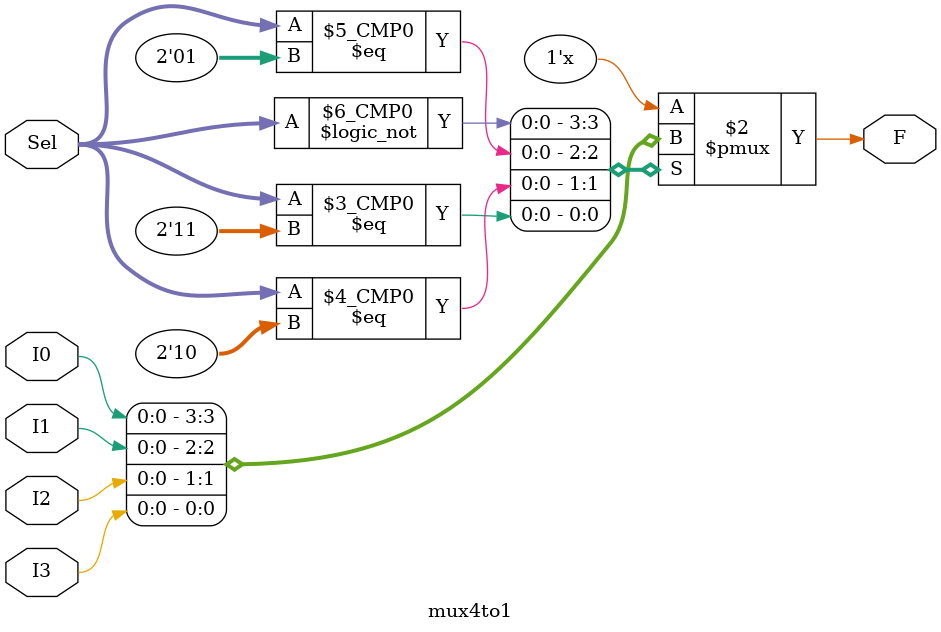
<source format=v>
module mux4to1 (
  input  I0, I1, I2, I3,
  input  [1:0] Sel,
  output reg F
);

always @(*) begin
  case (Sel)
    2'b00: F = I0;
    2'b01: F = I1;
    2'b10: F = I2;
    2'b11: F = I3;
    default: F = 0;
  endcase
end

endmodule

</source>
